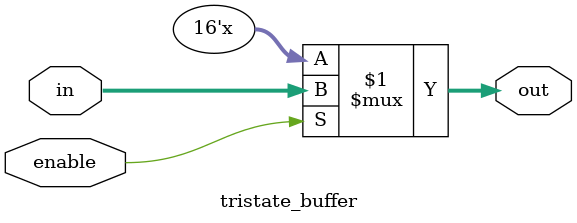
<source format=sv>
module tristate_mux_top(
    input [15:0] input_bus_a,
    input [15:0] input_bus_b,
    input select,
    input output_enable,
    output [15:0] muxed_bus
);

    // Internal signals
    wire [15:0] mux_output;
    wire [15:0] sub_result;
    wire borrow;

    // Conditional sum subtraction algorithm
    assign {borrow, sub_result} = input_bus_a + (~input_bus_b + 1'b1); // A - B = A + (~B + 1)

    // 2:1 MUX submodule
    mux_2to1 #(
        .WIDTH(16)
    ) mux_inst (
        .in_a(sub_result),
        .in_b(input_bus_b), // Assuming we still want to select between the result and input_bus_b
        .sel(select),
        .out(mux_output)
    );

    // Tri-state buffer submodule
    tristate_buffer #(
        .WIDTH(16)
    ) buffer_inst (
        .in(mux_output),
        .enable(output_enable),
        .out(muxed_bus)
    );

endmodule

// 2:1 Multiplexer submodule
module mux_2to1 #(
    parameter WIDTH = 16
)(
    input [WIDTH-1:0] in_a,
    input [WIDTH-1:0] in_b,
    input sel,
    output [WIDTH-1:0] out
);
    assign out = sel ? in_b : in_a;
endmodule

// Tri-state buffer submodule
module tristate_buffer #(
    parameter WIDTH = 16
)(
    input [WIDTH-1:0] in,
    input enable,
    output [WIDTH-1:0] out
);
    assign out = enable ? in : {WIDTH{1'bz}};
endmodule
</source>
